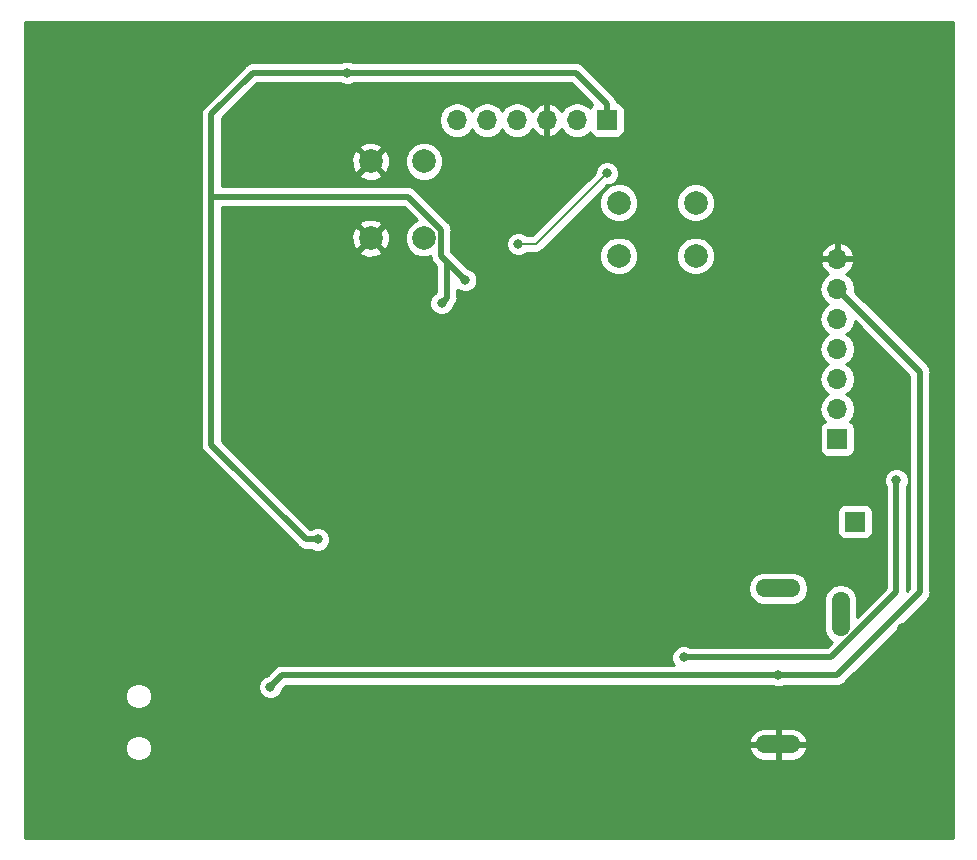
<source format=gbr>
G04 #@! TF.GenerationSoftware,KiCad,Pcbnew,(5.0.2)-1*
G04 #@! TF.CreationDate,2019-02-14T14:33:50+01:00*
G04 #@! TF.ProjectId,Embedded_Spectrum,456d6265-6464-4656-945f-537065637472,rev?*
G04 #@! TF.SameCoordinates,Original*
G04 #@! TF.FileFunction,Copper,L2,Bot*
G04 #@! TF.FilePolarity,Positive*
%FSLAX46Y46*%
G04 Gerber Fmt 4.6, Leading zero omitted, Abs format (unit mm)*
G04 Created by KiCad (PCBNEW (5.0.2)-1) date 14/02/2019 14:33:50*
%MOMM*%
%LPD*%
G01*
G04 APERTURE LIST*
G04 #@! TA.AperFunction,ComponentPad*
%ADD10O,3.800000X1.524000*%
G04 #@! TD*
G04 #@! TA.AperFunction,ComponentPad*
%ADD11O,1.524000X3.800000*%
G04 #@! TD*
G04 #@! TA.AperFunction,ComponentPad*
%ADD12R,1.700000X1.700000*%
G04 #@! TD*
G04 #@! TA.AperFunction,ComponentPad*
%ADD13O,1.700000X1.700000*%
G04 #@! TD*
G04 #@! TA.AperFunction,ComponentPad*
%ADD14C,2.000000*%
G04 #@! TD*
G04 #@! TA.AperFunction,ViaPad*
%ADD15C,0.800000*%
G04 #@! TD*
G04 #@! TA.AperFunction,Conductor*
%ADD16C,0.500000*%
G04 #@! TD*
G04 #@! TA.AperFunction,Conductor*
%ADD17C,0.200000*%
G04 #@! TD*
G04 #@! TA.AperFunction,Conductor*
%ADD18C,0.254000*%
G04 #@! TD*
G04 APERTURE END LIST*
D10*
G04 #@! TO.P,J2,1*
G04 #@! TO.N,GND*
X136000000Y-130350000D03*
G04 #@! TO.P,J2,2*
G04 #@! TO.N,Net-(C16-Pad2)*
X136000000Y-117150000D03*
D11*
G04 #@! TO.P,J2,3*
X141300000Y-119350000D03*
G04 #@! TD*
D12*
G04 #@! TO.P,J3,1*
G04 #@! TO.N,Net-(C16-Pad2)*
X142500000Y-111500000D03*
G04 #@! TD*
G04 #@! TO.P,J4,1*
G04 #@! TO.N,+3V3*
X121500000Y-77500000D03*
D13*
G04 #@! TO.P,J4,2*
G04 #@! TO.N,/SWCLK*
X118960000Y-77500000D03*
G04 #@! TO.P,J4,3*
G04 #@! TO.N,GND*
X116420000Y-77500000D03*
G04 #@! TO.P,J4,4*
G04 #@! TO.N,/SWDIO*
X113880000Y-77500000D03*
G04 #@! TO.P,J4,5*
G04 #@! TO.N,/NRST*
X111340000Y-77500000D03*
G04 #@! TO.P,J4,6*
G04 #@! TO.N,/SWO*
X108800000Y-77500000D03*
G04 #@! TD*
D12*
G04 #@! TO.P,J5,1*
G04 #@! TO.N,/DATA*
X141000000Y-104500000D03*
D13*
G04 #@! TO.P,J5,2*
G04 #@! TO.N,/SHIFT*
X141000000Y-101960000D03*
G04 #@! TO.P,J5,3*
G04 #@! TO.N,/STORE*
X141000000Y-99420000D03*
G04 #@! TO.P,J5,4*
G04 #@! TO.N,/OUTPUTENABLE*
X141000000Y-96880000D03*
G04 #@! TO.P,J5,5*
G04 #@! TO.N,Net-(J5-Pad5)*
X141000000Y-94340000D03*
G04 #@! TO.P,J5,6*
G04 #@! TO.N,+5V*
X141000000Y-91800000D03*
G04 #@! TO.P,J5,7*
G04 #@! TO.N,GND*
X141000000Y-89260000D03*
G04 #@! TD*
D14*
G04 #@! TO.P,SW1,1*
G04 #@! TO.N,/NRST*
X106000000Y-87500000D03*
G04 #@! TO.P,SW1,2*
G04 #@! TO.N,GND*
X101500000Y-87500000D03*
G04 #@! TO.P,SW1,1*
G04 #@! TO.N,/NRST*
X106000000Y-81000000D03*
G04 #@! TO.P,SW1,2*
G04 #@! TO.N,GND*
X101500000Y-81000000D03*
G04 #@! TD*
G04 #@! TO.P,SW2,2*
G04 #@! TO.N,/BOOT0*
X129000000Y-84500000D03*
G04 #@! TO.P,SW2,1*
G04 #@! TO.N,+3V3*
X129000000Y-89000000D03*
G04 #@! TO.P,SW2,2*
G04 #@! TO.N,/BOOT0*
X122500000Y-84500000D03*
G04 #@! TO.P,SW2,1*
G04 #@! TO.N,+3V3*
X122500000Y-89000000D03*
G04 #@! TD*
D15*
G04 #@! TO.N,GND*
X80000000Y-74500000D03*
X79500000Y-86500000D03*
X79500000Y-98000000D03*
X79000000Y-109500000D03*
X91000000Y-120500000D03*
X99000000Y-108500000D03*
X125000000Y-108500000D03*
X132000000Y-108500000D03*
X113500000Y-129500000D03*
X106500000Y-134500000D03*
X93000000Y-136000000D03*
X148000000Y-96500000D03*
X145000000Y-78000000D03*
X137500000Y-73500000D03*
X132500000Y-93500000D03*
X98500000Y-96500000D03*
X104000000Y-92000000D03*
X118000000Y-71500000D03*
X137000000Y-82500000D03*
X91000000Y-79500000D03*
X89500000Y-93000000D03*
X89500000Y-111500000D03*
X76000000Y-128500000D03*
X83500000Y-116500000D03*
X127000000Y-134000000D03*
X147500000Y-133500000D03*
X147000000Y-86000000D03*
X114000000Y-109500000D03*
X121000000Y-106000000D03*
X119000000Y-106000000D03*
X112000000Y-101000000D03*
X117500000Y-94500000D03*
X111500000Y-90000000D03*
X105000000Y-98000000D03*
X105500000Y-106000000D03*
X105000000Y-113000000D03*
X128000000Y-102000000D03*
X138500000Y-106000000D03*
X146500000Y-120500000D03*
X129000000Y-116500000D03*
G04 #@! TO.N,+3V3*
X97000000Y-113000000D03*
X146000000Y-108000000D03*
X128000000Y-123000000D03*
X109500000Y-91050000D03*
X107500000Y-93000000D03*
X99500000Y-73500000D03*
G04 #@! TO.N,+5V*
X93000000Y-125500000D03*
X136000000Y-124500000D03*
G04 #@! TO.N,/BOOT0*
X121500000Y-82000000D03*
X114000000Y-88000000D03*
G04 #@! TD*
D16*
G04 #@! TO.N,+3V3*
X121500000Y-76150000D02*
X118850000Y-73500000D01*
X121500000Y-77500000D02*
X121500000Y-76150000D01*
X118850000Y-73500000D02*
X99500000Y-73500000D01*
X92853998Y-73500000D02*
X91500000Y-73500000D01*
X91500000Y-73500000D02*
X88000000Y-77000000D01*
X88000000Y-105000000D02*
X96000000Y-113000000D01*
X96000000Y-113000000D02*
X97000000Y-113000000D01*
X146000000Y-117502040D02*
X140502040Y-123000000D01*
X146000000Y-108000000D02*
X146000000Y-117502040D01*
X140502040Y-123000000D02*
X128000000Y-123000000D01*
X88000000Y-85000000D02*
X88000000Y-105000000D01*
X104646002Y-84000000D02*
X88000000Y-84000000D01*
X107450001Y-86803999D02*
X104646002Y-84000000D01*
X107450001Y-89000001D02*
X107450001Y-86803999D01*
X88000000Y-77000000D02*
X88000000Y-84000000D01*
X88000000Y-84000000D02*
X88000000Y-85000000D01*
X107950000Y-92550000D02*
X107500000Y-93000000D01*
X107950000Y-89500000D02*
X107950000Y-92550000D01*
X107950000Y-89500000D02*
X107450001Y-89000001D01*
X109500000Y-91050000D02*
X107950000Y-89500000D01*
X99500000Y-73500000D02*
X92853998Y-73500000D01*
G04 #@! TO.N,+5V*
X141000000Y-91800000D02*
X148000000Y-98800000D01*
X148000000Y-98800000D02*
X148000000Y-117500000D01*
X148000000Y-117500000D02*
X141000000Y-124500000D01*
X141000000Y-124500000D02*
X136000000Y-124500000D01*
X94000000Y-124500000D02*
X93000000Y-125500000D01*
X136000000Y-124500000D02*
X94000000Y-124500000D01*
D17*
G04 #@! TO.N,/BOOT0*
X121500000Y-82000000D02*
X115500000Y-88000000D01*
X115500000Y-88000000D02*
X114000000Y-88000000D01*
G04 #@! TD*
D18*
G04 #@! TO.N,GND*
G36*
X150790001Y-138290000D02*
X72210000Y-138290000D01*
X72210000Y-130441274D01*
X80721610Y-130441274D01*
X80721610Y-130892806D01*
X80894403Y-131309966D01*
X81213684Y-131629247D01*
X81630844Y-131802040D01*
X82082376Y-131802040D01*
X82499536Y-131629247D01*
X82818817Y-131309966D01*
X82991610Y-130892806D01*
X82991610Y-130693070D01*
X133507780Y-130693070D01*
X133522740Y-130767277D01*
X133784370Y-131248026D01*
X134210059Y-131592059D01*
X134735000Y-131747000D01*
X135873000Y-131747000D01*
X135873000Y-130477000D01*
X136127000Y-130477000D01*
X136127000Y-131747000D01*
X137265000Y-131747000D01*
X137789941Y-131592059D01*
X138215630Y-131248026D01*
X138477260Y-130767277D01*
X138492220Y-130693070D01*
X138369720Y-130477000D01*
X136127000Y-130477000D01*
X135873000Y-130477000D01*
X133630280Y-130477000D01*
X133507780Y-130693070D01*
X82991610Y-130693070D01*
X82991610Y-130441274D01*
X82818817Y-130024114D01*
X82801633Y-130006930D01*
X133507780Y-130006930D01*
X133630280Y-130223000D01*
X135873000Y-130223000D01*
X135873000Y-128953000D01*
X136127000Y-128953000D01*
X136127000Y-130223000D01*
X138369720Y-130223000D01*
X138492220Y-130006930D01*
X138477260Y-129932723D01*
X138215630Y-129451974D01*
X137789941Y-129107941D01*
X137265000Y-128953000D01*
X136127000Y-128953000D01*
X135873000Y-128953000D01*
X134735000Y-128953000D01*
X134210059Y-129107941D01*
X133784370Y-129451974D01*
X133522740Y-129932723D01*
X133507780Y-130006930D01*
X82801633Y-130006930D01*
X82499536Y-129704833D01*
X82082376Y-129532040D01*
X81630844Y-129532040D01*
X81213684Y-129704833D01*
X80894403Y-130024114D01*
X80721610Y-130441274D01*
X72210000Y-130441274D01*
X72210000Y-126041274D01*
X80721610Y-126041274D01*
X80721610Y-126492806D01*
X80894403Y-126909966D01*
X81213684Y-127229247D01*
X81630844Y-127402040D01*
X82082376Y-127402040D01*
X82499536Y-127229247D01*
X82818817Y-126909966D01*
X82991610Y-126492806D01*
X82991610Y-126041274D01*
X82818817Y-125624114D01*
X82499536Y-125304833D01*
X82473687Y-125294126D01*
X91965000Y-125294126D01*
X91965000Y-125705874D01*
X92122569Y-126086280D01*
X92413720Y-126377431D01*
X92794126Y-126535000D01*
X93205874Y-126535000D01*
X93586280Y-126377431D01*
X93877431Y-126086280D01*
X94027431Y-125724148D01*
X94366579Y-125385000D01*
X135431993Y-125385000D01*
X135794126Y-125535000D01*
X136205874Y-125535000D01*
X136568007Y-125385000D01*
X140912839Y-125385000D01*
X141000000Y-125402337D01*
X141087161Y-125385000D01*
X141087165Y-125385000D01*
X141345310Y-125333652D01*
X141638049Y-125138049D01*
X141687425Y-125064153D01*
X148564156Y-118187423D01*
X148638049Y-118138049D01*
X148833652Y-117845310D01*
X148885000Y-117587165D01*
X148885000Y-117587161D01*
X148902337Y-117500000D01*
X148885000Y-117412839D01*
X148885000Y-98887161D01*
X148902337Y-98800000D01*
X148885000Y-98712839D01*
X148885000Y-98712835D01*
X148833652Y-98454690D01*
X148773723Y-98365000D01*
X148687424Y-98235845D01*
X148687423Y-98235844D01*
X148638049Y-98161951D01*
X148564156Y-98112578D01*
X142470538Y-92018960D01*
X142514092Y-91800000D01*
X142398839Y-91220582D01*
X142070625Y-90729375D01*
X141751522Y-90516157D01*
X141881358Y-90455183D01*
X142271645Y-90026924D01*
X142441476Y-89616890D01*
X142320155Y-89387000D01*
X141127000Y-89387000D01*
X141127000Y-89407000D01*
X140873000Y-89407000D01*
X140873000Y-89387000D01*
X139679845Y-89387000D01*
X139558524Y-89616890D01*
X139728355Y-90026924D01*
X140118642Y-90455183D01*
X140248478Y-90516157D01*
X139929375Y-90729375D01*
X139601161Y-91220582D01*
X139485908Y-91800000D01*
X139601161Y-92379418D01*
X139929375Y-92870625D01*
X140227761Y-93070000D01*
X139929375Y-93269375D01*
X139601161Y-93760582D01*
X139485908Y-94340000D01*
X139601161Y-94919418D01*
X139929375Y-95410625D01*
X140227761Y-95610000D01*
X139929375Y-95809375D01*
X139601161Y-96300582D01*
X139485908Y-96880000D01*
X139601161Y-97459418D01*
X139929375Y-97950625D01*
X140227761Y-98150000D01*
X139929375Y-98349375D01*
X139601161Y-98840582D01*
X139485908Y-99420000D01*
X139601161Y-99999418D01*
X139929375Y-100490625D01*
X140227761Y-100690000D01*
X139929375Y-100889375D01*
X139601161Y-101380582D01*
X139485908Y-101960000D01*
X139601161Y-102539418D01*
X139929375Y-103030625D01*
X139947619Y-103042816D01*
X139902235Y-103051843D01*
X139692191Y-103192191D01*
X139551843Y-103402235D01*
X139502560Y-103650000D01*
X139502560Y-105350000D01*
X139551843Y-105597765D01*
X139692191Y-105807809D01*
X139902235Y-105948157D01*
X140150000Y-105997440D01*
X141850000Y-105997440D01*
X142097765Y-105948157D01*
X142307809Y-105807809D01*
X142448157Y-105597765D01*
X142497440Y-105350000D01*
X142497440Y-103650000D01*
X142448157Y-103402235D01*
X142307809Y-103192191D01*
X142097765Y-103051843D01*
X142052381Y-103042816D01*
X142070625Y-103030625D01*
X142398839Y-102539418D01*
X142514092Y-101960000D01*
X142398839Y-101380582D01*
X142070625Y-100889375D01*
X141772239Y-100690000D01*
X142070625Y-100490625D01*
X142398839Y-99999418D01*
X142514092Y-99420000D01*
X142398839Y-98840582D01*
X142070625Y-98349375D01*
X141772239Y-98150000D01*
X142070625Y-97950625D01*
X142398839Y-97459418D01*
X142514092Y-96880000D01*
X142398839Y-96300582D01*
X142070625Y-95809375D01*
X141772239Y-95610000D01*
X142070625Y-95410625D01*
X142398839Y-94919418D01*
X142476651Y-94528229D01*
X147115000Y-99166579D01*
X147115001Y-117133420D01*
X146885000Y-117363421D01*
X146885000Y-108568007D01*
X147035000Y-108205874D01*
X147035000Y-107794126D01*
X146877431Y-107413720D01*
X146586280Y-107122569D01*
X146205874Y-106965000D01*
X145794126Y-106965000D01*
X145413720Y-107122569D01*
X145122569Y-107413720D01*
X144965000Y-107794126D01*
X144965000Y-108205874D01*
X145115000Y-108568007D01*
X145115001Y-117135460D01*
X142697000Y-119553461D01*
X142697000Y-118074412D01*
X142615944Y-117666918D01*
X142307179Y-117204820D01*
X141845081Y-116896056D01*
X141300000Y-116787632D01*
X140754918Y-116896056D01*
X140292820Y-117204821D01*
X139984056Y-117666919D01*
X139903000Y-118074413D01*
X139903001Y-120625588D01*
X139984057Y-121033082D01*
X140292821Y-121495180D01*
X140570046Y-121680416D01*
X140135462Y-122115000D01*
X128568007Y-122115000D01*
X128205874Y-121965000D01*
X127794126Y-121965000D01*
X127413720Y-122122569D01*
X127122569Y-122413720D01*
X126965000Y-122794126D01*
X126965000Y-123205874D01*
X127122569Y-123586280D01*
X127151289Y-123615000D01*
X94087161Y-123615000D01*
X94000000Y-123597663D01*
X93912839Y-123615000D01*
X93912835Y-123615000D01*
X93654690Y-123666348D01*
X93435845Y-123812576D01*
X93435844Y-123812577D01*
X93361951Y-123861951D01*
X93312577Y-123935844D01*
X92775852Y-124472569D01*
X92413720Y-124622569D01*
X92122569Y-124913720D01*
X91965000Y-125294126D01*
X82473687Y-125294126D01*
X82082376Y-125132040D01*
X81630844Y-125132040D01*
X81213684Y-125304833D01*
X80894403Y-125624114D01*
X80721610Y-126041274D01*
X72210000Y-126041274D01*
X72210000Y-117150000D01*
X133437632Y-117150000D01*
X133546056Y-117695082D01*
X133854820Y-118157180D01*
X134316918Y-118465944D01*
X134724412Y-118547000D01*
X137275588Y-118547000D01*
X137683082Y-118465944D01*
X138145180Y-118157180D01*
X138453944Y-117695082D01*
X138562368Y-117150000D01*
X138453944Y-116604918D01*
X138145180Y-116142820D01*
X137683082Y-115834056D01*
X137275588Y-115753000D01*
X134724412Y-115753000D01*
X134316918Y-115834056D01*
X133854820Y-116142820D01*
X133546056Y-116604918D01*
X133437632Y-117150000D01*
X72210000Y-117150000D01*
X72210000Y-84000000D01*
X87097662Y-84000000D01*
X87115000Y-84087165D01*
X87115001Y-84912832D01*
X87115000Y-84912836D01*
X87115001Y-104912834D01*
X87097663Y-105000000D01*
X87166348Y-105345309D01*
X87312576Y-105564154D01*
X87312578Y-105564156D01*
X87361952Y-105638049D01*
X87435845Y-105687423D01*
X95312577Y-113564156D01*
X95361951Y-113638049D01*
X95435844Y-113687423D01*
X95435845Y-113687424D01*
X95546880Y-113761615D01*
X95654690Y-113833652D01*
X95912835Y-113885000D01*
X95912839Y-113885000D01*
X95999999Y-113902337D01*
X96087159Y-113885000D01*
X96431993Y-113885000D01*
X96794126Y-114035000D01*
X97205874Y-114035000D01*
X97586280Y-113877431D01*
X97877431Y-113586280D01*
X98035000Y-113205874D01*
X98035000Y-112794126D01*
X97877431Y-112413720D01*
X97586280Y-112122569D01*
X97205874Y-111965000D01*
X96794126Y-111965000D01*
X96431993Y-112115000D01*
X96366579Y-112115000D01*
X94901579Y-110650000D01*
X141002560Y-110650000D01*
X141002560Y-112350000D01*
X141051843Y-112597765D01*
X141192191Y-112807809D01*
X141402235Y-112948157D01*
X141650000Y-112997440D01*
X143350000Y-112997440D01*
X143597765Y-112948157D01*
X143807809Y-112807809D01*
X143948157Y-112597765D01*
X143997440Y-112350000D01*
X143997440Y-110650000D01*
X143948157Y-110402235D01*
X143807809Y-110192191D01*
X143597765Y-110051843D01*
X143350000Y-110002560D01*
X141650000Y-110002560D01*
X141402235Y-110051843D01*
X141192191Y-110192191D01*
X141051843Y-110402235D01*
X141002560Y-110650000D01*
X94901579Y-110650000D01*
X88885000Y-104633422D01*
X88885000Y-88652532D01*
X100527073Y-88652532D01*
X100625736Y-88919387D01*
X101235461Y-89145908D01*
X101885460Y-89121856D01*
X102374264Y-88919387D01*
X102472927Y-88652532D01*
X101500000Y-87679605D01*
X100527073Y-88652532D01*
X88885000Y-88652532D01*
X88885000Y-87235461D01*
X99854092Y-87235461D01*
X99878144Y-87885460D01*
X100080613Y-88374264D01*
X100347468Y-88472927D01*
X101320395Y-87500000D01*
X101679605Y-87500000D01*
X102652532Y-88472927D01*
X102919387Y-88374264D01*
X103145908Y-87764539D01*
X103121856Y-87114540D01*
X102919387Y-86625736D01*
X102652532Y-86527073D01*
X101679605Y-87500000D01*
X101320395Y-87500000D01*
X100347468Y-86527073D01*
X100080613Y-86625736D01*
X99854092Y-87235461D01*
X88885000Y-87235461D01*
X88885000Y-86347468D01*
X100527073Y-86347468D01*
X101500000Y-87320395D01*
X102472927Y-86347468D01*
X102374264Y-86080613D01*
X101764539Y-85854092D01*
X101114540Y-85878144D01*
X100625736Y-86080613D01*
X100527073Y-86347468D01*
X88885000Y-86347468D01*
X88885000Y-84885000D01*
X104279424Y-84885000D01*
X105381078Y-85986655D01*
X105073847Y-86113914D01*
X104613914Y-86573847D01*
X104365000Y-87174778D01*
X104365000Y-87825222D01*
X104613914Y-88426153D01*
X105073847Y-88886086D01*
X105674778Y-89135000D01*
X106325222Y-89135000D01*
X106555540Y-89039599D01*
X106565001Y-89087162D01*
X106565001Y-89087165D01*
X106616349Y-89345310D01*
X106811952Y-89638050D01*
X106885848Y-89687426D01*
X107065000Y-89866578D01*
X107065001Y-92059907D01*
X106913720Y-92122569D01*
X106622569Y-92413720D01*
X106465000Y-92794126D01*
X106465000Y-93205874D01*
X106622569Y-93586280D01*
X106913720Y-93877431D01*
X107294126Y-94035000D01*
X107705874Y-94035000D01*
X108086280Y-93877431D01*
X108377431Y-93586280D01*
X108524908Y-93230239D01*
X108588049Y-93188049D01*
X108783652Y-92895310D01*
X108835000Y-92637165D01*
X108835000Y-92637161D01*
X108852337Y-92550001D01*
X108835000Y-92462841D01*
X108835000Y-91848711D01*
X108913720Y-91927431D01*
X109294126Y-92085000D01*
X109705874Y-92085000D01*
X110086280Y-91927431D01*
X110377431Y-91636280D01*
X110535000Y-91255874D01*
X110535000Y-90844126D01*
X110377431Y-90463720D01*
X110086280Y-90172569D01*
X109724148Y-90022569D01*
X108637424Y-88935846D01*
X108588049Y-88861951D01*
X108514154Y-88812576D01*
X108335001Y-88633423D01*
X108335001Y-87794126D01*
X112965000Y-87794126D01*
X112965000Y-88205874D01*
X113122569Y-88586280D01*
X113413720Y-88877431D01*
X113794126Y-89035000D01*
X114205874Y-89035000D01*
X114586280Y-88877431D01*
X114728711Y-88735000D01*
X115427616Y-88735000D01*
X115500000Y-88749398D01*
X115572384Y-88735000D01*
X115572388Y-88735000D01*
X115786783Y-88692354D01*
X115813087Y-88674778D01*
X120865000Y-88674778D01*
X120865000Y-89325222D01*
X121113914Y-89926153D01*
X121573847Y-90386086D01*
X122174778Y-90635000D01*
X122825222Y-90635000D01*
X123426153Y-90386086D01*
X123886086Y-89926153D01*
X124135000Y-89325222D01*
X124135000Y-88674778D01*
X127365000Y-88674778D01*
X127365000Y-89325222D01*
X127613914Y-89926153D01*
X128073847Y-90386086D01*
X128674778Y-90635000D01*
X129325222Y-90635000D01*
X129926153Y-90386086D01*
X130386086Y-89926153D01*
X130635000Y-89325222D01*
X130635000Y-88903110D01*
X139558524Y-88903110D01*
X139679845Y-89133000D01*
X140873000Y-89133000D01*
X140873000Y-87939181D01*
X141127000Y-87939181D01*
X141127000Y-89133000D01*
X142320155Y-89133000D01*
X142441476Y-88903110D01*
X142271645Y-88493076D01*
X141881358Y-88064817D01*
X141356892Y-87818514D01*
X141127000Y-87939181D01*
X140873000Y-87939181D01*
X140643108Y-87818514D01*
X140118642Y-88064817D01*
X139728355Y-88493076D01*
X139558524Y-88903110D01*
X130635000Y-88903110D01*
X130635000Y-88674778D01*
X130386086Y-88073847D01*
X129926153Y-87613914D01*
X129325222Y-87365000D01*
X128674778Y-87365000D01*
X128073847Y-87613914D01*
X127613914Y-88073847D01*
X127365000Y-88674778D01*
X124135000Y-88674778D01*
X123886086Y-88073847D01*
X123426153Y-87613914D01*
X122825222Y-87365000D01*
X122174778Y-87365000D01*
X121573847Y-87613914D01*
X121113914Y-88073847D01*
X120865000Y-88674778D01*
X115813087Y-88674778D01*
X116029905Y-88529905D01*
X116070911Y-88468535D01*
X120364668Y-84174778D01*
X120865000Y-84174778D01*
X120865000Y-84825222D01*
X121113914Y-85426153D01*
X121573847Y-85886086D01*
X122174778Y-86135000D01*
X122825222Y-86135000D01*
X123426153Y-85886086D01*
X123886086Y-85426153D01*
X124135000Y-84825222D01*
X124135000Y-84174778D01*
X127365000Y-84174778D01*
X127365000Y-84825222D01*
X127613914Y-85426153D01*
X128073847Y-85886086D01*
X128674778Y-86135000D01*
X129325222Y-86135000D01*
X129926153Y-85886086D01*
X130386086Y-85426153D01*
X130635000Y-84825222D01*
X130635000Y-84174778D01*
X130386086Y-83573847D01*
X129926153Y-83113914D01*
X129325222Y-82865000D01*
X128674778Y-82865000D01*
X128073847Y-83113914D01*
X127613914Y-83573847D01*
X127365000Y-84174778D01*
X124135000Y-84174778D01*
X123886086Y-83573847D01*
X123426153Y-83113914D01*
X122825222Y-82865000D01*
X122174778Y-82865000D01*
X121573847Y-83113914D01*
X121113914Y-83573847D01*
X120865000Y-84174778D01*
X120364668Y-84174778D01*
X121504447Y-83035000D01*
X121705874Y-83035000D01*
X122086280Y-82877431D01*
X122377431Y-82586280D01*
X122535000Y-82205874D01*
X122535000Y-81794126D01*
X122377431Y-81413720D01*
X122086280Y-81122569D01*
X121705874Y-80965000D01*
X121294126Y-80965000D01*
X120913720Y-81122569D01*
X120622569Y-81413720D01*
X120465000Y-81794126D01*
X120465000Y-81995553D01*
X115195554Y-87265000D01*
X114728711Y-87265000D01*
X114586280Y-87122569D01*
X114205874Y-86965000D01*
X113794126Y-86965000D01*
X113413720Y-87122569D01*
X113122569Y-87413720D01*
X112965000Y-87794126D01*
X108335001Y-87794126D01*
X108335001Y-86891158D01*
X108352338Y-86803998D01*
X108335001Y-86716838D01*
X108335001Y-86716834D01*
X108283653Y-86458689D01*
X108088050Y-86165950D01*
X108014157Y-86116576D01*
X105333427Y-83435847D01*
X105284051Y-83361951D01*
X104991312Y-83166348D01*
X104733167Y-83115000D01*
X104733163Y-83115000D01*
X104646002Y-83097663D01*
X104558841Y-83115000D01*
X88885000Y-83115000D01*
X88885000Y-82152532D01*
X100527073Y-82152532D01*
X100625736Y-82419387D01*
X101235461Y-82645908D01*
X101885460Y-82621856D01*
X102374264Y-82419387D01*
X102472927Y-82152532D01*
X101500000Y-81179605D01*
X100527073Y-82152532D01*
X88885000Y-82152532D01*
X88885000Y-80735461D01*
X99854092Y-80735461D01*
X99878144Y-81385460D01*
X100080613Y-81874264D01*
X100347468Y-81972927D01*
X101320395Y-81000000D01*
X101679605Y-81000000D01*
X102652532Y-81972927D01*
X102919387Y-81874264D01*
X103145908Y-81264539D01*
X103124085Y-80674778D01*
X104365000Y-80674778D01*
X104365000Y-81325222D01*
X104613914Y-81926153D01*
X105073847Y-82386086D01*
X105674778Y-82635000D01*
X106325222Y-82635000D01*
X106926153Y-82386086D01*
X107386086Y-81926153D01*
X107635000Y-81325222D01*
X107635000Y-80674778D01*
X107386086Y-80073847D01*
X106926153Y-79613914D01*
X106325222Y-79365000D01*
X105674778Y-79365000D01*
X105073847Y-79613914D01*
X104613914Y-80073847D01*
X104365000Y-80674778D01*
X103124085Y-80674778D01*
X103121856Y-80614540D01*
X102919387Y-80125736D01*
X102652532Y-80027073D01*
X101679605Y-81000000D01*
X101320395Y-81000000D01*
X100347468Y-80027073D01*
X100080613Y-80125736D01*
X99854092Y-80735461D01*
X88885000Y-80735461D01*
X88885000Y-79847468D01*
X100527073Y-79847468D01*
X101500000Y-80820395D01*
X102472927Y-79847468D01*
X102374264Y-79580613D01*
X101764539Y-79354092D01*
X101114540Y-79378144D01*
X100625736Y-79580613D01*
X100527073Y-79847468D01*
X88885000Y-79847468D01*
X88885000Y-77500000D01*
X107285908Y-77500000D01*
X107401161Y-78079418D01*
X107729375Y-78570625D01*
X108220582Y-78898839D01*
X108653744Y-78985000D01*
X108946256Y-78985000D01*
X109379418Y-78898839D01*
X109870625Y-78570625D01*
X110070000Y-78272239D01*
X110269375Y-78570625D01*
X110760582Y-78898839D01*
X111193744Y-78985000D01*
X111486256Y-78985000D01*
X111919418Y-78898839D01*
X112410625Y-78570625D01*
X112610000Y-78272239D01*
X112809375Y-78570625D01*
X113300582Y-78898839D01*
X113733744Y-78985000D01*
X114026256Y-78985000D01*
X114459418Y-78898839D01*
X114950625Y-78570625D01*
X115163843Y-78251522D01*
X115224817Y-78381358D01*
X115653076Y-78771645D01*
X116063110Y-78941476D01*
X116293000Y-78820155D01*
X116293000Y-77627000D01*
X116273000Y-77627000D01*
X116273000Y-77373000D01*
X116293000Y-77373000D01*
X116293000Y-76179845D01*
X116063110Y-76058524D01*
X115653076Y-76228355D01*
X115224817Y-76618642D01*
X115163843Y-76748478D01*
X114950625Y-76429375D01*
X114459418Y-76101161D01*
X114026256Y-76015000D01*
X113733744Y-76015000D01*
X113300582Y-76101161D01*
X112809375Y-76429375D01*
X112610000Y-76727761D01*
X112410625Y-76429375D01*
X111919418Y-76101161D01*
X111486256Y-76015000D01*
X111193744Y-76015000D01*
X110760582Y-76101161D01*
X110269375Y-76429375D01*
X110070000Y-76727761D01*
X109870625Y-76429375D01*
X109379418Y-76101161D01*
X108946256Y-76015000D01*
X108653744Y-76015000D01*
X108220582Y-76101161D01*
X107729375Y-76429375D01*
X107401161Y-76920582D01*
X107285908Y-77500000D01*
X88885000Y-77500000D01*
X88885000Y-77366578D01*
X91866579Y-74385000D01*
X98931993Y-74385000D01*
X99294126Y-74535000D01*
X99705874Y-74535000D01*
X100068007Y-74385000D01*
X118483422Y-74385000D01*
X120251190Y-76152769D01*
X120192191Y-76192191D01*
X120051843Y-76402235D01*
X120042816Y-76447619D01*
X120030625Y-76429375D01*
X119539418Y-76101161D01*
X119106256Y-76015000D01*
X118813744Y-76015000D01*
X118380582Y-76101161D01*
X117889375Y-76429375D01*
X117676157Y-76748478D01*
X117615183Y-76618642D01*
X117186924Y-76228355D01*
X116776890Y-76058524D01*
X116547000Y-76179845D01*
X116547000Y-77373000D01*
X116567000Y-77373000D01*
X116567000Y-77627000D01*
X116547000Y-77627000D01*
X116547000Y-78820155D01*
X116776890Y-78941476D01*
X117186924Y-78771645D01*
X117615183Y-78381358D01*
X117676157Y-78251522D01*
X117889375Y-78570625D01*
X118380582Y-78898839D01*
X118813744Y-78985000D01*
X119106256Y-78985000D01*
X119539418Y-78898839D01*
X120030625Y-78570625D01*
X120042816Y-78552381D01*
X120051843Y-78597765D01*
X120192191Y-78807809D01*
X120402235Y-78948157D01*
X120650000Y-78997440D01*
X122350000Y-78997440D01*
X122597765Y-78948157D01*
X122807809Y-78807809D01*
X122948157Y-78597765D01*
X122997440Y-78350000D01*
X122997440Y-76650000D01*
X122948157Y-76402235D01*
X122807809Y-76192191D01*
X122597765Y-76051843D01*
X122373959Y-76007326D01*
X122333652Y-75804690D01*
X122138049Y-75511951D01*
X122064156Y-75462577D01*
X119537425Y-72935847D01*
X119488049Y-72861951D01*
X119195310Y-72666348D01*
X118937165Y-72615000D01*
X118937161Y-72615000D01*
X118850000Y-72597663D01*
X118762839Y-72615000D01*
X100068007Y-72615000D01*
X99705874Y-72465000D01*
X99294126Y-72465000D01*
X98931993Y-72615000D01*
X91587159Y-72615000D01*
X91499999Y-72597663D01*
X91412839Y-72615000D01*
X91412835Y-72615000D01*
X91154690Y-72666348D01*
X91154688Y-72666349D01*
X91154689Y-72666349D01*
X90935845Y-72812576D01*
X90935844Y-72812577D01*
X90861951Y-72861951D01*
X90812577Y-72935844D01*
X87435847Y-76312575D01*
X87361951Y-76361951D01*
X87166348Y-76654691D01*
X87115000Y-76912836D01*
X87115000Y-76912839D01*
X87097663Y-77000000D01*
X87115000Y-77087161D01*
X87115001Y-83912831D01*
X87097662Y-84000000D01*
X72210000Y-84000000D01*
X72210000Y-69210000D01*
X150790000Y-69210000D01*
X150790001Y-138290000D01*
X150790001Y-138290000D01*
G37*
X150790001Y-138290000D02*
X72210000Y-138290000D01*
X72210000Y-130441274D01*
X80721610Y-130441274D01*
X80721610Y-130892806D01*
X80894403Y-131309966D01*
X81213684Y-131629247D01*
X81630844Y-131802040D01*
X82082376Y-131802040D01*
X82499536Y-131629247D01*
X82818817Y-131309966D01*
X82991610Y-130892806D01*
X82991610Y-130693070D01*
X133507780Y-130693070D01*
X133522740Y-130767277D01*
X133784370Y-131248026D01*
X134210059Y-131592059D01*
X134735000Y-131747000D01*
X135873000Y-131747000D01*
X135873000Y-130477000D01*
X136127000Y-130477000D01*
X136127000Y-131747000D01*
X137265000Y-131747000D01*
X137789941Y-131592059D01*
X138215630Y-131248026D01*
X138477260Y-130767277D01*
X138492220Y-130693070D01*
X138369720Y-130477000D01*
X136127000Y-130477000D01*
X135873000Y-130477000D01*
X133630280Y-130477000D01*
X133507780Y-130693070D01*
X82991610Y-130693070D01*
X82991610Y-130441274D01*
X82818817Y-130024114D01*
X82801633Y-130006930D01*
X133507780Y-130006930D01*
X133630280Y-130223000D01*
X135873000Y-130223000D01*
X135873000Y-128953000D01*
X136127000Y-128953000D01*
X136127000Y-130223000D01*
X138369720Y-130223000D01*
X138492220Y-130006930D01*
X138477260Y-129932723D01*
X138215630Y-129451974D01*
X137789941Y-129107941D01*
X137265000Y-128953000D01*
X136127000Y-128953000D01*
X135873000Y-128953000D01*
X134735000Y-128953000D01*
X134210059Y-129107941D01*
X133784370Y-129451974D01*
X133522740Y-129932723D01*
X133507780Y-130006930D01*
X82801633Y-130006930D01*
X82499536Y-129704833D01*
X82082376Y-129532040D01*
X81630844Y-129532040D01*
X81213684Y-129704833D01*
X80894403Y-130024114D01*
X80721610Y-130441274D01*
X72210000Y-130441274D01*
X72210000Y-126041274D01*
X80721610Y-126041274D01*
X80721610Y-126492806D01*
X80894403Y-126909966D01*
X81213684Y-127229247D01*
X81630844Y-127402040D01*
X82082376Y-127402040D01*
X82499536Y-127229247D01*
X82818817Y-126909966D01*
X82991610Y-126492806D01*
X82991610Y-126041274D01*
X82818817Y-125624114D01*
X82499536Y-125304833D01*
X82473687Y-125294126D01*
X91965000Y-125294126D01*
X91965000Y-125705874D01*
X92122569Y-126086280D01*
X92413720Y-126377431D01*
X92794126Y-126535000D01*
X93205874Y-126535000D01*
X93586280Y-126377431D01*
X93877431Y-126086280D01*
X94027431Y-125724148D01*
X94366579Y-125385000D01*
X135431993Y-125385000D01*
X135794126Y-125535000D01*
X136205874Y-125535000D01*
X136568007Y-125385000D01*
X140912839Y-125385000D01*
X141000000Y-125402337D01*
X141087161Y-125385000D01*
X141087165Y-125385000D01*
X141345310Y-125333652D01*
X141638049Y-125138049D01*
X141687425Y-125064153D01*
X148564156Y-118187423D01*
X148638049Y-118138049D01*
X148833652Y-117845310D01*
X148885000Y-117587165D01*
X148885000Y-117587161D01*
X148902337Y-117500000D01*
X148885000Y-117412839D01*
X148885000Y-98887161D01*
X148902337Y-98800000D01*
X148885000Y-98712839D01*
X148885000Y-98712835D01*
X148833652Y-98454690D01*
X148773723Y-98365000D01*
X148687424Y-98235845D01*
X148687423Y-98235844D01*
X148638049Y-98161951D01*
X148564156Y-98112578D01*
X142470538Y-92018960D01*
X142514092Y-91800000D01*
X142398839Y-91220582D01*
X142070625Y-90729375D01*
X141751522Y-90516157D01*
X141881358Y-90455183D01*
X142271645Y-90026924D01*
X142441476Y-89616890D01*
X142320155Y-89387000D01*
X141127000Y-89387000D01*
X141127000Y-89407000D01*
X140873000Y-89407000D01*
X140873000Y-89387000D01*
X139679845Y-89387000D01*
X139558524Y-89616890D01*
X139728355Y-90026924D01*
X140118642Y-90455183D01*
X140248478Y-90516157D01*
X139929375Y-90729375D01*
X139601161Y-91220582D01*
X139485908Y-91800000D01*
X139601161Y-92379418D01*
X139929375Y-92870625D01*
X140227761Y-93070000D01*
X139929375Y-93269375D01*
X139601161Y-93760582D01*
X139485908Y-94340000D01*
X139601161Y-94919418D01*
X139929375Y-95410625D01*
X140227761Y-95610000D01*
X139929375Y-95809375D01*
X139601161Y-96300582D01*
X139485908Y-96880000D01*
X139601161Y-97459418D01*
X139929375Y-97950625D01*
X140227761Y-98150000D01*
X139929375Y-98349375D01*
X139601161Y-98840582D01*
X139485908Y-99420000D01*
X139601161Y-99999418D01*
X139929375Y-100490625D01*
X140227761Y-100690000D01*
X139929375Y-100889375D01*
X139601161Y-101380582D01*
X139485908Y-101960000D01*
X139601161Y-102539418D01*
X139929375Y-103030625D01*
X139947619Y-103042816D01*
X139902235Y-103051843D01*
X139692191Y-103192191D01*
X139551843Y-103402235D01*
X139502560Y-103650000D01*
X139502560Y-105350000D01*
X139551843Y-105597765D01*
X139692191Y-105807809D01*
X139902235Y-105948157D01*
X140150000Y-105997440D01*
X141850000Y-105997440D01*
X142097765Y-105948157D01*
X142307809Y-105807809D01*
X142448157Y-105597765D01*
X142497440Y-105350000D01*
X142497440Y-103650000D01*
X142448157Y-103402235D01*
X142307809Y-103192191D01*
X142097765Y-103051843D01*
X142052381Y-103042816D01*
X142070625Y-103030625D01*
X142398839Y-102539418D01*
X142514092Y-101960000D01*
X142398839Y-101380582D01*
X142070625Y-100889375D01*
X141772239Y-100690000D01*
X142070625Y-100490625D01*
X142398839Y-99999418D01*
X142514092Y-99420000D01*
X142398839Y-98840582D01*
X142070625Y-98349375D01*
X141772239Y-98150000D01*
X142070625Y-97950625D01*
X142398839Y-97459418D01*
X142514092Y-96880000D01*
X142398839Y-96300582D01*
X142070625Y-95809375D01*
X141772239Y-95610000D01*
X142070625Y-95410625D01*
X142398839Y-94919418D01*
X142476651Y-94528229D01*
X147115000Y-99166579D01*
X147115001Y-117133420D01*
X146885000Y-117363421D01*
X146885000Y-108568007D01*
X147035000Y-108205874D01*
X147035000Y-107794126D01*
X146877431Y-107413720D01*
X146586280Y-107122569D01*
X146205874Y-106965000D01*
X145794126Y-106965000D01*
X145413720Y-107122569D01*
X145122569Y-107413720D01*
X144965000Y-107794126D01*
X144965000Y-108205874D01*
X145115000Y-108568007D01*
X145115001Y-117135460D01*
X142697000Y-119553461D01*
X142697000Y-118074412D01*
X142615944Y-117666918D01*
X142307179Y-117204820D01*
X141845081Y-116896056D01*
X141300000Y-116787632D01*
X140754918Y-116896056D01*
X140292820Y-117204821D01*
X139984056Y-117666919D01*
X139903000Y-118074413D01*
X139903001Y-120625588D01*
X139984057Y-121033082D01*
X140292821Y-121495180D01*
X140570046Y-121680416D01*
X140135462Y-122115000D01*
X128568007Y-122115000D01*
X128205874Y-121965000D01*
X127794126Y-121965000D01*
X127413720Y-122122569D01*
X127122569Y-122413720D01*
X126965000Y-122794126D01*
X126965000Y-123205874D01*
X127122569Y-123586280D01*
X127151289Y-123615000D01*
X94087161Y-123615000D01*
X94000000Y-123597663D01*
X93912839Y-123615000D01*
X93912835Y-123615000D01*
X93654690Y-123666348D01*
X93435845Y-123812576D01*
X93435844Y-123812577D01*
X93361951Y-123861951D01*
X93312577Y-123935844D01*
X92775852Y-124472569D01*
X92413720Y-124622569D01*
X92122569Y-124913720D01*
X91965000Y-125294126D01*
X82473687Y-125294126D01*
X82082376Y-125132040D01*
X81630844Y-125132040D01*
X81213684Y-125304833D01*
X80894403Y-125624114D01*
X80721610Y-126041274D01*
X72210000Y-126041274D01*
X72210000Y-117150000D01*
X133437632Y-117150000D01*
X133546056Y-117695082D01*
X133854820Y-118157180D01*
X134316918Y-118465944D01*
X134724412Y-118547000D01*
X137275588Y-118547000D01*
X137683082Y-118465944D01*
X138145180Y-118157180D01*
X138453944Y-117695082D01*
X138562368Y-117150000D01*
X138453944Y-116604918D01*
X138145180Y-116142820D01*
X137683082Y-115834056D01*
X137275588Y-115753000D01*
X134724412Y-115753000D01*
X134316918Y-115834056D01*
X133854820Y-116142820D01*
X133546056Y-116604918D01*
X133437632Y-117150000D01*
X72210000Y-117150000D01*
X72210000Y-84000000D01*
X87097662Y-84000000D01*
X87115000Y-84087165D01*
X87115001Y-84912832D01*
X87115000Y-84912836D01*
X87115001Y-104912834D01*
X87097663Y-105000000D01*
X87166348Y-105345309D01*
X87312576Y-105564154D01*
X87312578Y-105564156D01*
X87361952Y-105638049D01*
X87435845Y-105687423D01*
X95312577Y-113564156D01*
X95361951Y-113638049D01*
X95435844Y-113687423D01*
X95435845Y-113687424D01*
X95546880Y-113761615D01*
X95654690Y-113833652D01*
X95912835Y-113885000D01*
X95912839Y-113885000D01*
X95999999Y-113902337D01*
X96087159Y-113885000D01*
X96431993Y-113885000D01*
X96794126Y-114035000D01*
X97205874Y-114035000D01*
X97586280Y-113877431D01*
X97877431Y-113586280D01*
X98035000Y-113205874D01*
X98035000Y-112794126D01*
X97877431Y-112413720D01*
X97586280Y-112122569D01*
X97205874Y-111965000D01*
X96794126Y-111965000D01*
X96431993Y-112115000D01*
X96366579Y-112115000D01*
X94901579Y-110650000D01*
X141002560Y-110650000D01*
X141002560Y-112350000D01*
X141051843Y-112597765D01*
X141192191Y-112807809D01*
X141402235Y-112948157D01*
X141650000Y-112997440D01*
X143350000Y-112997440D01*
X143597765Y-112948157D01*
X143807809Y-112807809D01*
X143948157Y-112597765D01*
X143997440Y-112350000D01*
X143997440Y-110650000D01*
X143948157Y-110402235D01*
X143807809Y-110192191D01*
X143597765Y-110051843D01*
X143350000Y-110002560D01*
X141650000Y-110002560D01*
X141402235Y-110051843D01*
X141192191Y-110192191D01*
X141051843Y-110402235D01*
X141002560Y-110650000D01*
X94901579Y-110650000D01*
X88885000Y-104633422D01*
X88885000Y-88652532D01*
X100527073Y-88652532D01*
X100625736Y-88919387D01*
X101235461Y-89145908D01*
X101885460Y-89121856D01*
X102374264Y-88919387D01*
X102472927Y-88652532D01*
X101500000Y-87679605D01*
X100527073Y-88652532D01*
X88885000Y-88652532D01*
X88885000Y-87235461D01*
X99854092Y-87235461D01*
X99878144Y-87885460D01*
X100080613Y-88374264D01*
X100347468Y-88472927D01*
X101320395Y-87500000D01*
X101679605Y-87500000D01*
X102652532Y-88472927D01*
X102919387Y-88374264D01*
X103145908Y-87764539D01*
X103121856Y-87114540D01*
X102919387Y-86625736D01*
X102652532Y-86527073D01*
X101679605Y-87500000D01*
X101320395Y-87500000D01*
X100347468Y-86527073D01*
X100080613Y-86625736D01*
X99854092Y-87235461D01*
X88885000Y-87235461D01*
X88885000Y-86347468D01*
X100527073Y-86347468D01*
X101500000Y-87320395D01*
X102472927Y-86347468D01*
X102374264Y-86080613D01*
X101764539Y-85854092D01*
X101114540Y-85878144D01*
X100625736Y-86080613D01*
X100527073Y-86347468D01*
X88885000Y-86347468D01*
X88885000Y-84885000D01*
X104279424Y-84885000D01*
X105381078Y-85986655D01*
X105073847Y-86113914D01*
X104613914Y-86573847D01*
X104365000Y-87174778D01*
X104365000Y-87825222D01*
X104613914Y-88426153D01*
X105073847Y-88886086D01*
X105674778Y-89135000D01*
X106325222Y-89135000D01*
X106555540Y-89039599D01*
X106565001Y-89087162D01*
X106565001Y-89087165D01*
X106616349Y-89345310D01*
X106811952Y-89638050D01*
X106885848Y-89687426D01*
X107065000Y-89866578D01*
X107065001Y-92059907D01*
X106913720Y-92122569D01*
X106622569Y-92413720D01*
X106465000Y-92794126D01*
X106465000Y-93205874D01*
X106622569Y-93586280D01*
X106913720Y-93877431D01*
X107294126Y-94035000D01*
X107705874Y-94035000D01*
X108086280Y-93877431D01*
X108377431Y-93586280D01*
X108524908Y-93230239D01*
X108588049Y-93188049D01*
X108783652Y-92895310D01*
X108835000Y-92637165D01*
X108835000Y-92637161D01*
X108852337Y-92550001D01*
X108835000Y-92462841D01*
X108835000Y-91848711D01*
X108913720Y-91927431D01*
X109294126Y-92085000D01*
X109705874Y-92085000D01*
X110086280Y-91927431D01*
X110377431Y-91636280D01*
X110535000Y-91255874D01*
X110535000Y-90844126D01*
X110377431Y-90463720D01*
X110086280Y-90172569D01*
X109724148Y-90022569D01*
X108637424Y-88935846D01*
X108588049Y-88861951D01*
X108514154Y-88812576D01*
X108335001Y-88633423D01*
X108335001Y-87794126D01*
X112965000Y-87794126D01*
X112965000Y-88205874D01*
X113122569Y-88586280D01*
X113413720Y-88877431D01*
X113794126Y-89035000D01*
X114205874Y-89035000D01*
X114586280Y-88877431D01*
X114728711Y-88735000D01*
X115427616Y-88735000D01*
X115500000Y-88749398D01*
X115572384Y-88735000D01*
X115572388Y-88735000D01*
X115786783Y-88692354D01*
X115813087Y-88674778D01*
X120865000Y-88674778D01*
X120865000Y-89325222D01*
X121113914Y-89926153D01*
X121573847Y-90386086D01*
X122174778Y-90635000D01*
X122825222Y-90635000D01*
X123426153Y-90386086D01*
X123886086Y-89926153D01*
X124135000Y-89325222D01*
X124135000Y-88674778D01*
X127365000Y-88674778D01*
X127365000Y-89325222D01*
X127613914Y-89926153D01*
X128073847Y-90386086D01*
X128674778Y-90635000D01*
X129325222Y-90635000D01*
X129926153Y-90386086D01*
X130386086Y-89926153D01*
X130635000Y-89325222D01*
X130635000Y-88903110D01*
X139558524Y-88903110D01*
X139679845Y-89133000D01*
X140873000Y-89133000D01*
X140873000Y-87939181D01*
X141127000Y-87939181D01*
X141127000Y-89133000D01*
X142320155Y-89133000D01*
X142441476Y-88903110D01*
X142271645Y-88493076D01*
X141881358Y-88064817D01*
X141356892Y-87818514D01*
X141127000Y-87939181D01*
X140873000Y-87939181D01*
X140643108Y-87818514D01*
X140118642Y-88064817D01*
X139728355Y-88493076D01*
X139558524Y-88903110D01*
X130635000Y-88903110D01*
X130635000Y-88674778D01*
X130386086Y-88073847D01*
X129926153Y-87613914D01*
X129325222Y-87365000D01*
X128674778Y-87365000D01*
X128073847Y-87613914D01*
X127613914Y-88073847D01*
X127365000Y-88674778D01*
X124135000Y-88674778D01*
X123886086Y-88073847D01*
X123426153Y-87613914D01*
X122825222Y-87365000D01*
X122174778Y-87365000D01*
X121573847Y-87613914D01*
X121113914Y-88073847D01*
X120865000Y-88674778D01*
X115813087Y-88674778D01*
X116029905Y-88529905D01*
X116070911Y-88468535D01*
X120364668Y-84174778D01*
X120865000Y-84174778D01*
X120865000Y-84825222D01*
X121113914Y-85426153D01*
X121573847Y-85886086D01*
X122174778Y-86135000D01*
X122825222Y-86135000D01*
X123426153Y-85886086D01*
X123886086Y-85426153D01*
X124135000Y-84825222D01*
X124135000Y-84174778D01*
X127365000Y-84174778D01*
X127365000Y-84825222D01*
X127613914Y-85426153D01*
X128073847Y-85886086D01*
X128674778Y-86135000D01*
X129325222Y-86135000D01*
X129926153Y-85886086D01*
X130386086Y-85426153D01*
X130635000Y-84825222D01*
X130635000Y-84174778D01*
X130386086Y-83573847D01*
X129926153Y-83113914D01*
X129325222Y-82865000D01*
X128674778Y-82865000D01*
X128073847Y-83113914D01*
X127613914Y-83573847D01*
X127365000Y-84174778D01*
X124135000Y-84174778D01*
X123886086Y-83573847D01*
X123426153Y-83113914D01*
X122825222Y-82865000D01*
X122174778Y-82865000D01*
X121573847Y-83113914D01*
X121113914Y-83573847D01*
X120865000Y-84174778D01*
X120364668Y-84174778D01*
X121504447Y-83035000D01*
X121705874Y-83035000D01*
X122086280Y-82877431D01*
X122377431Y-82586280D01*
X122535000Y-82205874D01*
X122535000Y-81794126D01*
X122377431Y-81413720D01*
X122086280Y-81122569D01*
X121705874Y-80965000D01*
X121294126Y-80965000D01*
X120913720Y-81122569D01*
X120622569Y-81413720D01*
X120465000Y-81794126D01*
X120465000Y-81995553D01*
X115195554Y-87265000D01*
X114728711Y-87265000D01*
X114586280Y-87122569D01*
X114205874Y-86965000D01*
X113794126Y-86965000D01*
X113413720Y-87122569D01*
X113122569Y-87413720D01*
X112965000Y-87794126D01*
X108335001Y-87794126D01*
X108335001Y-86891158D01*
X108352338Y-86803998D01*
X108335001Y-86716838D01*
X108335001Y-86716834D01*
X108283653Y-86458689D01*
X108088050Y-86165950D01*
X108014157Y-86116576D01*
X105333427Y-83435847D01*
X105284051Y-83361951D01*
X104991312Y-83166348D01*
X104733167Y-83115000D01*
X104733163Y-83115000D01*
X104646002Y-83097663D01*
X104558841Y-83115000D01*
X88885000Y-83115000D01*
X88885000Y-82152532D01*
X100527073Y-82152532D01*
X100625736Y-82419387D01*
X101235461Y-82645908D01*
X101885460Y-82621856D01*
X102374264Y-82419387D01*
X102472927Y-82152532D01*
X101500000Y-81179605D01*
X100527073Y-82152532D01*
X88885000Y-82152532D01*
X88885000Y-80735461D01*
X99854092Y-80735461D01*
X99878144Y-81385460D01*
X100080613Y-81874264D01*
X100347468Y-81972927D01*
X101320395Y-81000000D01*
X101679605Y-81000000D01*
X102652532Y-81972927D01*
X102919387Y-81874264D01*
X103145908Y-81264539D01*
X103124085Y-80674778D01*
X104365000Y-80674778D01*
X104365000Y-81325222D01*
X104613914Y-81926153D01*
X105073847Y-82386086D01*
X105674778Y-82635000D01*
X106325222Y-82635000D01*
X106926153Y-82386086D01*
X107386086Y-81926153D01*
X107635000Y-81325222D01*
X107635000Y-80674778D01*
X107386086Y-80073847D01*
X106926153Y-79613914D01*
X106325222Y-79365000D01*
X105674778Y-79365000D01*
X105073847Y-79613914D01*
X104613914Y-80073847D01*
X104365000Y-80674778D01*
X103124085Y-80674778D01*
X103121856Y-80614540D01*
X102919387Y-80125736D01*
X102652532Y-80027073D01*
X101679605Y-81000000D01*
X101320395Y-81000000D01*
X100347468Y-80027073D01*
X100080613Y-80125736D01*
X99854092Y-80735461D01*
X88885000Y-80735461D01*
X88885000Y-79847468D01*
X100527073Y-79847468D01*
X101500000Y-80820395D01*
X102472927Y-79847468D01*
X102374264Y-79580613D01*
X101764539Y-79354092D01*
X101114540Y-79378144D01*
X100625736Y-79580613D01*
X100527073Y-79847468D01*
X88885000Y-79847468D01*
X88885000Y-77500000D01*
X107285908Y-77500000D01*
X107401161Y-78079418D01*
X107729375Y-78570625D01*
X108220582Y-78898839D01*
X108653744Y-78985000D01*
X108946256Y-78985000D01*
X109379418Y-78898839D01*
X109870625Y-78570625D01*
X110070000Y-78272239D01*
X110269375Y-78570625D01*
X110760582Y-78898839D01*
X111193744Y-78985000D01*
X111486256Y-78985000D01*
X111919418Y-78898839D01*
X112410625Y-78570625D01*
X112610000Y-78272239D01*
X112809375Y-78570625D01*
X113300582Y-78898839D01*
X113733744Y-78985000D01*
X114026256Y-78985000D01*
X114459418Y-78898839D01*
X114950625Y-78570625D01*
X115163843Y-78251522D01*
X115224817Y-78381358D01*
X115653076Y-78771645D01*
X116063110Y-78941476D01*
X116293000Y-78820155D01*
X116293000Y-77627000D01*
X116273000Y-77627000D01*
X116273000Y-77373000D01*
X116293000Y-77373000D01*
X116293000Y-76179845D01*
X116063110Y-76058524D01*
X115653076Y-76228355D01*
X115224817Y-76618642D01*
X115163843Y-76748478D01*
X114950625Y-76429375D01*
X114459418Y-76101161D01*
X114026256Y-76015000D01*
X113733744Y-76015000D01*
X113300582Y-76101161D01*
X112809375Y-76429375D01*
X112610000Y-76727761D01*
X112410625Y-76429375D01*
X111919418Y-76101161D01*
X111486256Y-76015000D01*
X111193744Y-76015000D01*
X110760582Y-76101161D01*
X110269375Y-76429375D01*
X110070000Y-76727761D01*
X109870625Y-76429375D01*
X109379418Y-76101161D01*
X108946256Y-76015000D01*
X108653744Y-76015000D01*
X108220582Y-76101161D01*
X107729375Y-76429375D01*
X107401161Y-76920582D01*
X107285908Y-77500000D01*
X88885000Y-77500000D01*
X88885000Y-77366578D01*
X91866579Y-74385000D01*
X98931993Y-74385000D01*
X99294126Y-74535000D01*
X99705874Y-74535000D01*
X100068007Y-74385000D01*
X118483422Y-74385000D01*
X120251190Y-76152769D01*
X120192191Y-76192191D01*
X120051843Y-76402235D01*
X120042816Y-76447619D01*
X120030625Y-76429375D01*
X119539418Y-76101161D01*
X119106256Y-76015000D01*
X118813744Y-76015000D01*
X118380582Y-76101161D01*
X117889375Y-76429375D01*
X117676157Y-76748478D01*
X117615183Y-76618642D01*
X117186924Y-76228355D01*
X116776890Y-76058524D01*
X116547000Y-76179845D01*
X116547000Y-77373000D01*
X116567000Y-77373000D01*
X116567000Y-77627000D01*
X116547000Y-77627000D01*
X116547000Y-78820155D01*
X116776890Y-78941476D01*
X117186924Y-78771645D01*
X117615183Y-78381358D01*
X117676157Y-78251522D01*
X117889375Y-78570625D01*
X118380582Y-78898839D01*
X118813744Y-78985000D01*
X119106256Y-78985000D01*
X119539418Y-78898839D01*
X120030625Y-78570625D01*
X120042816Y-78552381D01*
X120051843Y-78597765D01*
X120192191Y-78807809D01*
X120402235Y-78948157D01*
X120650000Y-78997440D01*
X122350000Y-78997440D01*
X122597765Y-78948157D01*
X122807809Y-78807809D01*
X122948157Y-78597765D01*
X122997440Y-78350000D01*
X122997440Y-76650000D01*
X122948157Y-76402235D01*
X122807809Y-76192191D01*
X122597765Y-76051843D01*
X122373959Y-76007326D01*
X122333652Y-75804690D01*
X122138049Y-75511951D01*
X122064156Y-75462577D01*
X119537425Y-72935847D01*
X119488049Y-72861951D01*
X119195310Y-72666348D01*
X118937165Y-72615000D01*
X118937161Y-72615000D01*
X118850000Y-72597663D01*
X118762839Y-72615000D01*
X100068007Y-72615000D01*
X99705874Y-72465000D01*
X99294126Y-72465000D01*
X98931993Y-72615000D01*
X91587159Y-72615000D01*
X91499999Y-72597663D01*
X91412839Y-72615000D01*
X91412835Y-72615000D01*
X91154690Y-72666348D01*
X91154688Y-72666349D01*
X91154689Y-72666349D01*
X90935845Y-72812576D01*
X90935844Y-72812577D01*
X90861951Y-72861951D01*
X90812577Y-72935844D01*
X87435847Y-76312575D01*
X87361951Y-76361951D01*
X87166348Y-76654691D01*
X87115000Y-76912836D01*
X87115000Y-76912839D01*
X87097663Y-77000000D01*
X87115000Y-77087161D01*
X87115001Y-83912831D01*
X87097662Y-84000000D01*
X72210000Y-84000000D01*
X72210000Y-69210000D01*
X150790000Y-69210000D01*
X150790001Y-138290000D01*
G04 #@! TD*
M02*

</source>
